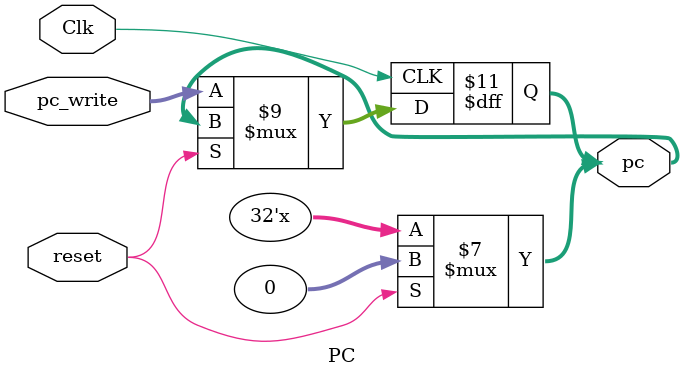
<source format=v>
`timescale 1ns / 1ps

module PC(
	input [31:0] pc_write,
	input Clk,
	input reset,
	output reg [31:0] pc
    );
	
	always @ (posedge Clk)
	begin
		if(reset == 0) pc <= pc_write;
	end
	
	always @ (reset)
	begin
		if(reset == 1) pc = 0;
	end
	
	initial begin
	pc = 1;
	end
endmodule

</source>
